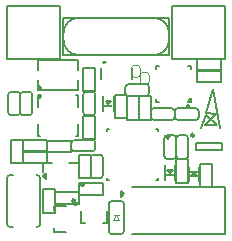
<source format=gbo>
G04*
G04 #@! TF.GenerationSoftware,Altium Limited,Altium Designer,19.1.5 (86)*
G04*
G04 Layer_Color=32896*
%FSLAX25Y25*%
%MOIN*%
G70*
G01*
G75*
%ADD10C,0.00394*%
%ADD11C,0.00500*%
%ADD12C,0.00400*%
%ADD14C,0.00787*%
%ADD15C,0.00984*%
%ADD16C,0.00800*%
%ADD121C,0.00591*%
%ADD122C,0.00600*%
%ADD123R,0.03150X0.00787*%
G36*
X23807Y56193D02*
Y55012D01*
X23807Y55012D01*
X24988Y56193D01*
Y56193D01*
X23807D01*
D02*
G37*
G36*
X74906Y54094D02*
Y55079D01*
X73921Y54094D01*
X74906D01*
D02*
G37*
D10*
X50000Y16189D02*
X50984Y14811D01*
X50000D02*
X50984D01*
X50000Y16189D02*
X50886D01*
X49114D02*
X50000D01*
X49016Y14811D02*
X50000D01*
X49016D02*
X50000Y16189D01*
D11*
X42516Y36437D02*
G03*
X41532Y35453I0J-984D01*
G01*
Y29547D02*
G03*
X42516Y28563I984J0D01*
G01*
X44484D02*
G03*
X45469Y29547I0J984D01*
G01*
Y35453D02*
G03*
X44484Y36437I-984J0D01*
G01*
X77437Y50984D02*
G03*
X76453Y51968I-984J0D01*
G01*
X70547D02*
G03*
X69563Y50984I0J-984D01*
G01*
Y49016D02*
G03*
X70547Y48031I984J0D01*
G01*
X76453D02*
G03*
X77437Y49016I0J984D01*
G01*
X69437Y50984D02*
G03*
X68453Y51968I-984J0D01*
G01*
X62547D02*
G03*
X61563Y50984I0J-984D01*
G01*
Y49016D02*
G03*
X62547Y48031I984J0D01*
G01*
X68453D02*
G03*
X69437Y49016I0J984D01*
G01*
X53063Y57016D02*
G03*
X54047Y56032I984J0D01*
G01*
X59953D02*
G03*
X60937Y57016I0J984D01*
G01*
Y58984D02*
G03*
X59953Y59969I-984J0D01*
G01*
X54047D02*
G03*
X53063Y58984I0J-984D01*
G01*
X16984Y49563D02*
G03*
X17968Y50547I0J984D01*
G01*
Y56453D02*
G03*
X16984Y57437I-984J0D01*
G01*
X15016D02*
G03*
X14031Y56453I0J-984D01*
G01*
Y50547D02*
G03*
X15016Y49563I984J0D01*
G01*
X20984D02*
G03*
X21969Y50547I0J984D01*
G01*
Y56453D02*
G03*
X20984Y57437I-984J0D01*
G01*
X19016D02*
G03*
X18032Y56453I0J-984D01*
G01*
Y50547D02*
G03*
X19016Y49563I984J0D01*
G01*
X35063Y38516D02*
G03*
X36047Y37532I984J0D01*
G01*
X41953D02*
G03*
X42937Y38516I0J984D01*
G01*
Y40484D02*
G03*
X41953Y41469I-984J0D01*
G01*
X36047D02*
G03*
X35063Y40484I0J-984D01*
G01*
X41984Y49563D02*
G03*
X42968Y50547I0J984D01*
G01*
Y56453D02*
G03*
X41984Y57437I-984J0D01*
G01*
X40016D02*
G03*
X39031Y56453I0J-984D01*
G01*
Y50547D02*
G03*
X40016Y49563I984J0D01*
G01*
X68984Y35063D02*
G03*
X69968Y36047I0J984D01*
G01*
Y41953D02*
G03*
X68984Y42937I-984J0D01*
G01*
X67016D02*
G03*
X66031Y41953I0J-984D01*
G01*
Y36047D02*
G03*
X67016Y35063I984J0D01*
G01*
X72984D02*
G03*
X73968Y36047I0J984D01*
G01*
Y41953D02*
G03*
X72984Y42937I-984J0D01*
G01*
X71016D02*
G03*
X70031Y41953I0J-984D01*
G01*
Y36047D02*
G03*
X71016Y35063I984J0D01*
G01*
X51500Y10000D02*
G03*
X52500Y11000I0J1000D01*
G01*
Y20000D02*
G03*
X51500Y21000I-1000J0D01*
G01*
X48500D02*
G03*
X47500Y20000I0J-1000D01*
G01*
Y11000D02*
G03*
X48500Y10000I1000J0D01*
G01*
X67618Y76968D02*
G03*
X62500Y82087I-5118J0D01*
G01*
Y69646D02*
G03*
X67618Y74764I0J5118D01*
G01*
X32382D02*
G03*
X37500Y69646I5118J0D01*
G01*
Y82087D02*
G03*
X32382Y76968I0J-5118D01*
G01*
X69932Y27063D02*
X73869D01*
X69932D02*
Y34937D01*
X73869D01*
Y27063D02*
Y34937D01*
X15032Y41437D02*
X18969D01*
Y33563D02*
Y41437D01*
X15032Y33563D02*
X18969D01*
X15032D02*
Y41437D01*
X46416Y54287D02*
X47400Y53303D01*
X46416Y54287D02*
X48384D01*
X47400Y53303D02*
X48384Y54287D01*
X45725Y51138D02*
Y55862D01*
X49075Y51138D02*
Y55862D01*
X67016Y31287D02*
X68000Y30303D01*
X67016Y31287D02*
X68984D01*
X68000Y30303D02*
X68984Y31287D01*
X66325Y28138D02*
Y32862D01*
X69675Y28138D02*
Y32862D01*
X74325Y27638D02*
Y32362D01*
X77675Y27638D02*
Y32362D01*
X75016Y29213D02*
X76000Y30197D01*
X75016Y29213D02*
X76984D01*
X76000Y30197D02*
X76984Y29213D01*
X26000Y29008D02*
Y29992D01*
X26500Y28500D02*
Y30492D01*
X25500Y29500D02*
X26500Y30500D01*
X25500Y29500D02*
X26500Y28500D01*
X37532Y28563D02*
X41469D01*
X37532D02*
Y36437D01*
X41469D01*
Y28563D02*
Y36437D01*
X29563Y20031D02*
Y23968D01*
X37437D01*
Y20031D02*
Y23968D01*
X29563Y20031D02*
X37437D01*
X42516Y28563D02*
X44484D01*
X41532Y29547D02*
Y35453D01*
X42516Y36437D02*
X44484D01*
X45469Y29547D02*
Y35453D01*
X37563Y23031D02*
Y26969D01*
X45437D01*
Y23031D02*
Y26969D01*
X37563Y23031D02*
X45437D01*
X26937Y33531D02*
Y37468D01*
X19063Y33531D02*
X26937D01*
X19063D02*
Y37468D01*
X26937D01*
X78031Y25563D02*
X81968D01*
X78031D02*
Y33437D01*
X81968D01*
Y25563D02*
Y33437D01*
X84937Y64531D02*
Y68468D01*
X77063Y64531D02*
X84937D01*
X77063D02*
Y68468D01*
X84937D01*
X39031Y57563D02*
X42968D01*
X39031D02*
Y65437D01*
X42968D01*
Y57563D02*
Y65437D01*
X77063Y60532D02*
Y64468D01*
X84937D01*
Y60532D02*
Y64468D01*
X77063Y60532D02*
X84937D01*
X57531Y55937D02*
X61468D01*
Y48063D02*
Y55937D01*
X57531Y48063D02*
X61468D01*
X57531D02*
Y55937D01*
X69563Y49016D02*
Y50984D01*
X70547Y51968D02*
X76453D01*
X77437Y49016D02*
Y50984D01*
X70547Y48031D02*
X76453D01*
X61563Y49016D02*
Y50984D01*
X62547Y51968D02*
X68453D01*
X69437Y49016D02*
Y50984D01*
X62547Y48031D02*
X68453D01*
X60937Y57016D02*
Y58984D01*
X54047Y56032D02*
X59953D01*
X53063Y57016D02*
Y58984D01*
X54047Y59969D02*
X59953D01*
X53531Y55937D02*
X57468D01*
Y48063D02*
Y55937D01*
X53531Y48063D02*
X57468D01*
X53531D02*
Y55937D01*
X15016Y57437D02*
X16984D01*
X17968Y50547D02*
Y56453D01*
X15016Y49563D02*
X16984D01*
X14031Y50547D02*
Y56453D01*
X19016Y57437D02*
X20984D01*
X21969Y50547D02*
Y56453D01*
X19016Y49563D02*
X20984D01*
X18032Y50547D02*
Y56453D01*
X26937Y37532D02*
Y41469D01*
X19063Y37532D02*
X26937D01*
X19063D02*
Y41469D01*
X26937D01*
X27063Y37231D02*
Y41168D01*
X34937D01*
Y37231D02*
Y41168D01*
X27063Y37231D02*
X34937D01*
X42937Y38516D02*
Y40484D01*
X36047Y37532D02*
X41953D01*
X35063Y38516D02*
Y40484D01*
X36047Y41469D02*
X41953D01*
X40016Y57437D02*
X41984D01*
X42968Y50547D02*
Y56453D01*
X40016Y49563D02*
X41984D01*
X39031Y50547D02*
Y56453D01*
Y41563D02*
X42968D01*
X39031D02*
Y49437D01*
X42968D01*
Y41563D02*
Y49437D01*
X49531Y48563D02*
X53469D01*
X49531D02*
Y56437D01*
X53469D01*
Y48563D02*
Y56437D01*
X25532Y17063D02*
X29469D01*
X25532D02*
Y24937D01*
X29469D01*
Y17063D02*
Y24937D01*
X67016Y42937D02*
X68984D01*
X69968Y36047D02*
Y41953D01*
X67016Y35063D02*
X68984D01*
X66031Y36047D02*
Y41953D01*
X71016Y42937D02*
X72984D01*
X73968Y36047D02*
Y41953D01*
X71016Y35063D02*
X72984D01*
X70031Y36047D02*
Y41953D01*
X51500Y22374D02*
X52500Y23374D01*
X51500Y24374D02*
X52500Y23374D01*
X51500Y22374D02*
Y24366D01*
X52000Y22882D02*
Y23866D01*
X52500Y11000D02*
Y20000D01*
X48500Y21000D02*
X51500D01*
X47500Y11000D02*
Y20000D01*
X48500Y10000D02*
X51500D01*
X46063Y66945D02*
X46555Y67437D01*
X55171Y61532D02*
Y65469D01*
X44829Y61532D02*
Y65469D01*
X45571Y67437D02*
X46063Y66945D01*
X45571Y67437D02*
X46555D01*
X67598Y69646D02*
Y82087D01*
X32402Y69646D02*
Y82087D01*
X67598D01*
X32402Y69646D02*
X67598D01*
D12*
X56000Y66200D02*
G03*
X55000Y65200I0J-1000D01*
G01*
X58000D02*
G03*
X57000Y66200I-1000J0D01*
G01*
X55000Y63300D02*
G03*
X56000Y62300I1000J0D01*
G01*
X57000D02*
G03*
X58000Y63300I0J1000D01*
G01*
X59000Y63900D02*
G03*
X58000Y62900I0J-1000D01*
G01*
X61000D02*
G03*
X60000Y63900I-1000J0D01*
G01*
X58000Y61000D02*
G03*
X59000Y60000I1000J0D01*
G01*
X60000D02*
G03*
X61000Y61000I0J1000D01*
G01*
X55000Y63300D02*
Y65200D01*
X56000Y66200D02*
X57000D01*
X56000Y62300D02*
X57000D01*
X58000Y63300D02*
Y65200D01*
Y61000D02*
Y62900D01*
X59000Y63900D02*
X60000D01*
X59000Y60000D02*
X60000D01*
X61000Y61000D02*
Y62900D01*
D14*
X24697Y28480D02*
G03*
X23516Y29661I-1181J0D01*
G01*
Y12339D02*
G03*
X24697Y13520I0J1181D01*
G01*
X13476D02*
G03*
X14658Y12339I1181J0D01*
G01*
Y29661D02*
G03*
X13476Y28480I0J-1181D01*
G01*
X74906Y55079D02*
G03*
X73921Y54094I0J-984D01*
G01*
X74315Y52716D02*
G03*
X74315Y52716I-394J0D01*
G01*
X23807Y55012D02*
G03*
X24988Y56193I0J1181D01*
G01*
X24697Y13520D02*
Y28480D01*
X14658Y12339D02*
X15484D01*
X14658Y29661D02*
X15484D01*
X13476Y13520D02*
Y28480D01*
X73921Y54094D02*
Y54094D01*
X73921Y65906D02*
X74906D01*
X74906D02*
X74906D01*
X74906Y64921D02*
Y65906D01*
X63095Y64921D02*
Y65906D01*
X63094D02*
X64079D01*
X73921Y54094D02*
X74906D01*
X74906D02*
Y55079D01*
X63095Y54094D02*
Y55079D01*
X63094Y54094D02*
X64079D01*
X76669Y38019D02*
Y40381D01*
X85331Y38019D02*
Y40381D01*
X76669D02*
X85331D01*
X76669Y38019D02*
X85331D01*
X23807Y57882D02*
X37193D01*
X23807D02*
Y61425D01*
X37193Y57882D02*
Y61425D01*
Y64575D02*
Y68118D01*
X23807Y64575D02*
Y68118D01*
X37193D01*
X24988Y56193D02*
Y56193D01*
X37193Y52256D02*
Y56193D01*
X36465D02*
X37193D01*
Y42807D02*
Y46744D01*
X36465Y42807D02*
X37193D01*
X23807D02*
X24535D01*
X23807D02*
Y46744D01*
Y52256D02*
Y56193D01*
X24988D01*
X38169Y13842D02*
Y17779D01*
Y13842D02*
X39547D01*
X46831D02*
Y17779D01*
X45453Y13842D02*
X46831D01*
X29342Y19331D02*
X33279D01*
X29342Y17953D02*
Y19331D01*
Y10669D02*
X33279D01*
X29342D02*
Y12047D01*
X55177Y10000D02*
X86358D01*
X86359Y25748D01*
X55177Y25748D02*
X86359Y25748D01*
X37405Y30606D02*
Y33756D01*
X34354D02*
X37405D01*
X25594Y30606D02*
Y33756D01*
X28646D01*
D15*
X75941Y42940D02*
G03*
X75941Y42940I-492J0D01*
G01*
X24890Y58752D02*
G03*
X24890Y58752I-492J0D01*
G01*
X36890Y20240D02*
G03*
X36890Y20240I-492J0D01*
G01*
X36232Y21102D02*
G03*
X36232Y21102I-492J0D01*
G01*
X67692Y42400D02*
G03*
X67692Y42400I-492J0D01*
G01*
X39177Y26472D02*
G03*
X39177Y26472I-492J0D01*
G01*
D16*
X82100Y58400D02*
X84600Y45400D01*
X79800Y50400D02*
X82100Y58400D01*
X79800Y50400D02*
X83100Y50100D01*
X79500Y46500D02*
X83100Y50100D01*
X79500Y46500D02*
X83500Y46200D01*
X80000Y49800D02*
X83500Y46200D01*
X78100Y45400D02*
X80000Y49800D01*
D121*
X13661Y68268D02*
Y85984D01*
X31378D01*
Y68268D02*
Y85984D01*
X13661Y68268D02*
X31378D01*
X68622Y85984D02*
X86339D01*
X68622Y68268D02*
Y85984D01*
Y68268D02*
X86339D01*
Y85984D01*
D122*
X63315Y45050D02*
X64050D01*
X63315Y27950D02*
X64050D01*
X46950D02*
Y28684D01*
Y45050D02*
X47684D01*
X64050Y44315D02*
Y45050D01*
Y27950D02*
Y28684D01*
X46950Y27950D02*
X47684D01*
X46950Y44315D02*
Y45050D01*
D123*
X47400Y52812D02*
D03*
X68000Y29812D02*
D03*
X75999Y30687D02*
D03*
M02*

</source>
